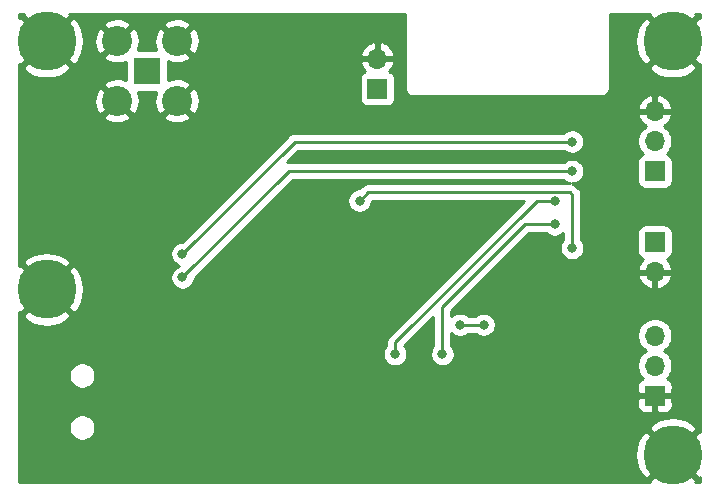
<source format=gbr>
%TF.GenerationSoftware,KiCad,Pcbnew,5.1.10-88a1d61d58~88~ubuntu20.04.1*%
%TF.CreationDate,2021-08-10T15:11:50-03:00*%
%TF.ProjectId,lora_end_device,6c6f7261-5f65-46e6-945f-646576696365,rev?*%
%TF.SameCoordinates,Original*%
%TF.FileFunction,Copper,L2,Bot*%
%TF.FilePolarity,Positive*%
%FSLAX46Y46*%
G04 Gerber Fmt 4.6, Leading zero omitted, Abs format (unit mm)*
G04 Created by KiCad (PCBNEW 5.1.10-88a1d61d58~88~ubuntu20.04.1) date 2021-08-10 15:11:50*
%MOMM*%
%LPD*%
G01*
G04 APERTURE LIST*
%TA.AperFunction,ComponentPad*%
%ADD10C,5.000000*%
%TD*%
%TA.AperFunction,ComponentPad*%
%ADD11O,1.700000X1.700000*%
%TD*%
%TA.AperFunction,ComponentPad*%
%ADD12R,1.700000X1.700000*%
%TD*%
%TA.AperFunction,ComponentPad*%
%ADD13R,2.250000X2.250000*%
%TD*%
%TA.AperFunction,ComponentPad*%
%ADD14C,2.550000*%
%TD*%
%TA.AperFunction,ViaPad*%
%ADD15C,0.800000*%
%TD*%
%TA.AperFunction,Conductor*%
%ADD16C,0.250000*%
%TD*%
%TA.AperFunction,Conductor*%
%ADD17C,0.254000*%
%TD*%
%TA.AperFunction,Conductor*%
%ADD18C,0.100000*%
%TD*%
G04 APERTURE END LIST*
D10*
%TO.P,H4,1*%
%TO.N,GND*%
X114000000Y-96000000D03*
%TD*%
%TO.P,H3,1*%
%TO.N,GND*%
X114000000Y-61000000D03*
%TD*%
%TO.P,H2,1*%
%TO.N,GND*%
X61000000Y-61000000D03*
%TD*%
%TO.P,H1,1*%
%TO.N,GND*%
X61000000Y-82000000D03*
%TD*%
D11*
%TO.P,J7,3*%
%TO.N,+3V3*%
X112500000Y-85920000D03*
%TO.P,J7,2*%
%TO.N,Net-(J7-Pad2)*%
X112500000Y-88460000D03*
D12*
%TO.P,J7,1*%
%TO.N,GND*%
X112500000Y-91000000D03*
%TD*%
D13*
%TO.P,J3,1*%
%TO.N,Net-(J2-Pad2)*%
X69500000Y-63500000D03*
D14*
%TO.P,J3,2*%
%TO.N,GND*%
X72040000Y-66040000D03*
%TO.P,J3,3*%
X66960000Y-66040000D03*
%TO.P,J3,4*%
X66960000Y-60960000D03*
%TO.P,J3,5*%
X72040000Y-60960000D03*
%TD*%
D12*
%TO.P,J4,1*%
%TO.N,Net-(J4-Pad1)*%
X112500000Y-72000000D03*
D11*
%TO.P,J4,2*%
%TO.N,Net-(J4-Pad2)*%
X112500000Y-69460000D03*
%TO.P,J4,3*%
%TO.N,GND*%
X112500000Y-66920000D03*
%TD*%
%TO.P,J5,2*%
%TO.N,GND*%
X89000000Y-62460000D03*
D12*
%TO.P,J5,1*%
%TO.N,Net-(J5-Pad1)*%
X89000000Y-65000000D03*
%TD*%
%TO.P,J6,1*%
%TO.N,Net-(J6-Pad1)*%
X112500000Y-78000000D03*
D11*
%TO.P,J6,2*%
%TO.N,GND*%
X112500000Y-80540000D03*
%TD*%
D15*
%TO.N,+3V3*%
X98000000Y-85000000D03*
X96000000Y-85000000D03*
%TO.N,Net-(J6-Pad1)*%
X104000000Y-74500000D03*
X90500000Y-87500000D03*
%TO.N,Net-(R3-Pad1)*%
X105500000Y-78500000D03*
X87500000Y-74500000D03*
%TO.N,Net-(R4-Pad1)*%
X104000000Y-76500000D03*
X94500000Y-87500000D03*
%TO.N,Net-(U4-Pad14)*%
X105500000Y-69500000D03*
X72500000Y-79000000D03*
%TO.N,Net-(U4-Pad15)*%
X105500000Y-72000000D03*
X72500000Y-81000000D03*
%TD*%
D16*
%TO.N,+3V3*%
X98000000Y-85000000D02*
X96000000Y-85000000D01*
%TO.N,Net-(J6-Pad1)*%
X102500000Y-74500000D02*
X90500000Y-86500000D01*
X102500000Y-74500000D02*
X104000000Y-74500000D01*
X90500000Y-86500000D02*
X90500000Y-87500000D01*
%TO.N,Net-(R3-Pad1)*%
X105500000Y-78500000D02*
X105500000Y-74000000D01*
X105274999Y-73774999D02*
X88225001Y-73774999D01*
X105500000Y-74000000D02*
X105274999Y-73774999D01*
X88225001Y-73774999D02*
X87500000Y-74500000D01*
%TO.N,Net-(R4-Pad1)*%
X101500000Y-76500000D02*
X94500000Y-83500000D01*
X94500000Y-83500000D02*
X94500000Y-86500000D01*
X101500000Y-76500000D02*
X104000000Y-76500000D01*
X94500000Y-86500000D02*
X94500000Y-87500000D01*
%TO.N,Net-(U4-Pad14)*%
X105500000Y-69500000D02*
X82000000Y-69500000D01*
X82000000Y-69500000D02*
X72500000Y-79000000D01*
%TO.N,Net-(U4-Pad15)*%
X105500000Y-72000000D02*
X81500000Y-72000000D01*
X81500000Y-72000000D02*
X72500000Y-81000000D01*
%TD*%
D17*
%TO.N,GND*%
X58976457Y-58796852D02*
X61000000Y-60820395D01*
X63023543Y-58796852D01*
X62933119Y-58660000D01*
X91340000Y-58660000D01*
X91340001Y-64967571D01*
X91336807Y-65000000D01*
X91349550Y-65129383D01*
X91387290Y-65253793D01*
X91448575Y-65368450D01*
X91531052Y-65468948D01*
X91631550Y-65551425D01*
X91746207Y-65612710D01*
X91870617Y-65650450D01*
X91967581Y-65660000D01*
X92000000Y-65663193D01*
X92032419Y-65660000D01*
X107967581Y-65660000D01*
X108000000Y-65663193D01*
X108032419Y-65660000D01*
X108129383Y-65650450D01*
X108253793Y-65612710D01*
X108368450Y-65551425D01*
X108468948Y-65468948D01*
X108551425Y-65368450D01*
X108612710Y-65253793D01*
X108650450Y-65129383D01*
X108663193Y-65000000D01*
X108660000Y-64967581D01*
X108660000Y-63203148D01*
X111976457Y-63203148D01*
X112252627Y-63621118D01*
X112797557Y-63911649D01*
X113388696Y-64090287D01*
X114003328Y-64150168D01*
X114617831Y-64088990D01*
X115208592Y-63909103D01*
X115747373Y-63621118D01*
X116023543Y-63203148D01*
X114000000Y-61179605D01*
X111976457Y-63203148D01*
X108660000Y-63203148D01*
X108660000Y-61003328D01*
X110849832Y-61003328D01*
X110911010Y-61617831D01*
X111090897Y-62208592D01*
X111378882Y-62747373D01*
X111796852Y-63023543D01*
X113820395Y-61000000D01*
X111796852Y-58976457D01*
X111378882Y-59252627D01*
X111088351Y-59797557D01*
X110909713Y-60388696D01*
X110849832Y-61003328D01*
X108660000Y-61003328D01*
X108660000Y-58660000D01*
X112066881Y-58660000D01*
X111976457Y-58796852D01*
X114000000Y-60820395D01*
X116023543Y-58796852D01*
X115933119Y-58660000D01*
X116340000Y-58660000D01*
X116340000Y-59066881D01*
X116203148Y-58976457D01*
X114179605Y-61000000D01*
X116203148Y-63023543D01*
X116340000Y-62933119D01*
X116340001Y-94066881D01*
X116203148Y-93976457D01*
X114179605Y-96000000D01*
X116203148Y-98023543D01*
X116340001Y-97933119D01*
X116340001Y-98340000D01*
X115933119Y-98340000D01*
X116023543Y-98203148D01*
X114000000Y-96179605D01*
X111976457Y-98203148D01*
X112066881Y-98340000D01*
X58660000Y-98340000D01*
X58660000Y-96003328D01*
X110849832Y-96003328D01*
X110911010Y-96617831D01*
X111090897Y-97208592D01*
X111378882Y-97747373D01*
X111796852Y-98023543D01*
X113820395Y-96000000D01*
X111796852Y-93976457D01*
X111378882Y-94252627D01*
X111088351Y-94797557D01*
X110909713Y-95388696D01*
X110849832Y-96003328D01*
X58660000Y-96003328D01*
X58660000Y-93588212D01*
X62865000Y-93588212D01*
X62865000Y-93811788D01*
X62908617Y-94031067D01*
X62994176Y-94237624D01*
X63118388Y-94423520D01*
X63276480Y-94581612D01*
X63462376Y-94705824D01*
X63668933Y-94791383D01*
X63888212Y-94835000D01*
X64111788Y-94835000D01*
X64331067Y-94791383D01*
X64537624Y-94705824D01*
X64723520Y-94581612D01*
X64881612Y-94423520D01*
X65005824Y-94237624D01*
X65091383Y-94031067D01*
X65135000Y-93811788D01*
X65135000Y-93796852D01*
X111976457Y-93796852D01*
X114000000Y-95820395D01*
X116023543Y-93796852D01*
X115747373Y-93378882D01*
X115202443Y-93088351D01*
X114611304Y-92909713D01*
X113996672Y-92849832D01*
X113382169Y-92911010D01*
X112791408Y-93090897D01*
X112252627Y-93378882D01*
X111976457Y-93796852D01*
X65135000Y-93796852D01*
X65135000Y-93588212D01*
X65091383Y-93368933D01*
X65005824Y-93162376D01*
X64881612Y-92976480D01*
X64723520Y-92818388D01*
X64537624Y-92694176D01*
X64331067Y-92608617D01*
X64111788Y-92565000D01*
X63888212Y-92565000D01*
X63668933Y-92608617D01*
X63462376Y-92694176D01*
X63276480Y-92818388D01*
X63118388Y-92976480D01*
X62994176Y-93162376D01*
X62908617Y-93368933D01*
X62865000Y-93588212D01*
X58660000Y-93588212D01*
X58660000Y-91850000D01*
X111011928Y-91850000D01*
X111024188Y-91974482D01*
X111060498Y-92094180D01*
X111119463Y-92204494D01*
X111198815Y-92301185D01*
X111295506Y-92380537D01*
X111405820Y-92439502D01*
X111525518Y-92475812D01*
X111650000Y-92488072D01*
X112214250Y-92485000D01*
X112373000Y-92326250D01*
X112373000Y-91127000D01*
X112627000Y-91127000D01*
X112627000Y-92326250D01*
X112785750Y-92485000D01*
X113350000Y-92488072D01*
X113474482Y-92475812D01*
X113594180Y-92439502D01*
X113704494Y-92380537D01*
X113801185Y-92301185D01*
X113880537Y-92204494D01*
X113939502Y-92094180D01*
X113975812Y-91974482D01*
X113988072Y-91850000D01*
X113985000Y-91285750D01*
X113826250Y-91127000D01*
X112627000Y-91127000D01*
X112373000Y-91127000D01*
X111173750Y-91127000D01*
X111015000Y-91285750D01*
X111011928Y-91850000D01*
X58660000Y-91850000D01*
X58660000Y-89188212D01*
X62865000Y-89188212D01*
X62865000Y-89411788D01*
X62908617Y-89631067D01*
X62994176Y-89837624D01*
X63118388Y-90023520D01*
X63276480Y-90181612D01*
X63462376Y-90305824D01*
X63668933Y-90391383D01*
X63888212Y-90435000D01*
X64111788Y-90435000D01*
X64331067Y-90391383D01*
X64537624Y-90305824D01*
X64723520Y-90181612D01*
X64755132Y-90150000D01*
X111011928Y-90150000D01*
X111015000Y-90714250D01*
X111173750Y-90873000D01*
X112373000Y-90873000D01*
X112373000Y-90853000D01*
X112627000Y-90853000D01*
X112627000Y-90873000D01*
X113826250Y-90873000D01*
X113985000Y-90714250D01*
X113988072Y-90150000D01*
X113975812Y-90025518D01*
X113939502Y-89905820D01*
X113880537Y-89795506D01*
X113801185Y-89698815D01*
X113704494Y-89619463D01*
X113594180Y-89560498D01*
X113521620Y-89538487D01*
X113653475Y-89406632D01*
X113815990Y-89163411D01*
X113927932Y-88893158D01*
X113985000Y-88606260D01*
X113985000Y-88313740D01*
X113927932Y-88026842D01*
X113815990Y-87756589D01*
X113653475Y-87513368D01*
X113446632Y-87306525D01*
X113272240Y-87190000D01*
X113446632Y-87073475D01*
X113653475Y-86866632D01*
X113815990Y-86623411D01*
X113927932Y-86353158D01*
X113985000Y-86066260D01*
X113985000Y-85773740D01*
X113927932Y-85486842D01*
X113815990Y-85216589D01*
X113653475Y-84973368D01*
X113446632Y-84766525D01*
X113203411Y-84604010D01*
X112933158Y-84492068D01*
X112646260Y-84435000D01*
X112353740Y-84435000D01*
X112066842Y-84492068D01*
X111796589Y-84604010D01*
X111553368Y-84766525D01*
X111346525Y-84973368D01*
X111184010Y-85216589D01*
X111072068Y-85486842D01*
X111015000Y-85773740D01*
X111015000Y-86066260D01*
X111072068Y-86353158D01*
X111184010Y-86623411D01*
X111346525Y-86866632D01*
X111553368Y-87073475D01*
X111727760Y-87190000D01*
X111553368Y-87306525D01*
X111346525Y-87513368D01*
X111184010Y-87756589D01*
X111072068Y-88026842D01*
X111015000Y-88313740D01*
X111015000Y-88606260D01*
X111072068Y-88893158D01*
X111184010Y-89163411D01*
X111346525Y-89406632D01*
X111478380Y-89538487D01*
X111405820Y-89560498D01*
X111295506Y-89619463D01*
X111198815Y-89698815D01*
X111119463Y-89795506D01*
X111060498Y-89905820D01*
X111024188Y-90025518D01*
X111011928Y-90150000D01*
X64755132Y-90150000D01*
X64881612Y-90023520D01*
X65005824Y-89837624D01*
X65091383Y-89631067D01*
X65135000Y-89411788D01*
X65135000Y-89188212D01*
X65091383Y-88968933D01*
X65005824Y-88762376D01*
X64881612Y-88576480D01*
X64723520Y-88418388D01*
X64537624Y-88294176D01*
X64331067Y-88208617D01*
X64111788Y-88165000D01*
X63888212Y-88165000D01*
X63668933Y-88208617D01*
X63462376Y-88294176D01*
X63276480Y-88418388D01*
X63118388Y-88576480D01*
X62994176Y-88762376D01*
X62908617Y-88968933D01*
X62865000Y-89188212D01*
X58660000Y-89188212D01*
X58660000Y-84203148D01*
X58976457Y-84203148D01*
X59252627Y-84621118D01*
X59797557Y-84911649D01*
X60388696Y-85090287D01*
X61003328Y-85150168D01*
X61617831Y-85088990D01*
X62208592Y-84909103D01*
X62747373Y-84621118D01*
X63023543Y-84203148D01*
X61000000Y-82179605D01*
X58976457Y-84203148D01*
X58660000Y-84203148D01*
X58660000Y-83933119D01*
X58796852Y-84023543D01*
X60820395Y-82000000D01*
X61179605Y-82000000D01*
X63203148Y-84023543D01*
X63621118Y-83747373D01*
X63911649Y-83202443D01*
X64090287Y-82611304D01*
X64150168Y-81996672D01*
X64088990Y-81382169D01*
X63909103Y-80791408D01*
X63621118Y-80252627D01*
X63203148Y-79976457D01*
X61179605Y-82000000D01*
X60820395Y-82000000D01*
X58796852Y-79976457D01*
X58660000Y-80066881D01*
X58660000Y-79796852D01*
X58976457Y-79796852D01*
X61000000Y-81820395D01*
X63023543Y-79796852D01*
X62747373Y-79378882D01*
X62202443Y-79088351D01*
X61611304Y-78909713D01*
X61491706Y-78898061D01*
X71465000Y-78898061D01*
X71465000Y-79101939D01*
X71504774Y-79301898D01*
X71582795Y-79490256D01*
X71696063Y-79659774D01*
X71840226Y-79803937D01*
X72009744Y-79917205D01*
X72198102Y-79995226D01*
X72222103Y-80000000D01*
X72198102Y-80004774D01*
X72009744Y-80082795D01*
X71840226Y-80196063D01*
X71696063Y-80340226D01*
X71582795Y-80509744D01*
X71504774Y-80698102D01*
X71465000Y-80898061D01*
X71465000Y-81101939D01*
X71504774Y-81301898D01*
X71582795Y-81490256D01*
X71696063Y-81659774D01*
X71840226Y-81803937D01*
X72009744Y-81917205D01*
X72198102Y-81995226D01*
X72398061Y-82035000D01*
X72601939Y-82035000D01*
X72801898Y-81995226D01*
X72990256Y-81917205D01*
X73159774Y-81803937D01*
X73303937Y-81659774D01*
X73417205Y-81490256D01*
X73495226Y-81301898D01*
X73535000Y-81101939D01*
X73535000Y-81039801D01*
X81814802Y-72760000D01*
X104796289Y-72760000D01*
X104840226Y-72803937D01*
X105009744Y-72917205D01*
X105198102Y-72995226D01*
X105282979Y-73012109D01*
X105274999Y-73011323D01*
X105237677Y-73014999D01*
X88262323Y-73014999D01*
X88225000Y-73011323D01*
X88187677Y-73014999D01*
X88187668Y-73014999D01*
X88076015Y-73025996D01*
X87932754Y-73069453D01*
X87800725Y-73140025D01*
X87685000Y-73234998D01*
X87661202Y-73263997D01*
X87460198Y-73465000D01*
X87398061Y-73465000D01*
X87198102Y-73504774D01*
X87009744Y-73582795D01*
X86840226Y-73696063D01*
X86696063Y-73840226D01*
X86582795Y-74009744D01*
X86504774Y-74198102D01*
X86465000Y-74398061D01*
X86465000Y-74601939D01*
X86504774Y-74801898D01*
X86582795Y-74990256D01*
X86696063Y-75159774D01*
X86840226Y-75303937D01*
X87009744Y-75417205D01*
X87198102Y-75495226D01*
X87398061Y-75535000D01*
X87601939Y-75535000D01*
X87801898Y-75495226D01*
X87990256Y-75417205D01*
X88159774Y-75303937D01*
X88303937Y-75159774D01*
X88417205Y-74990256D01*
X88495226Y-74801898D01*
X88535000Y-74601939D01*
X88535000Y-74539802D01*
X88539803Y-74534999D01*
X101390199Y-74534999D01*
X89989003Y-85936196D01*
X89959999Y-85959999D01*
X89904871Y-86027174D01*
X89865026Y-86075724D01*
X89794455Y-86207753D01*
X89794454Y-86207754D01*
X89750997Y-86351015D01*
X89740000Y-86462668D01*
X89740000Y-86462678D01*
X89736324Y-86500000D01*
X89740000Y-86537323D01*
X89740000Y-86796289D01*
X89696063Y-86840226D01*
X89582795Y-87009744D01*
X89504774Y-87198102D01*
X89465000Y-87398061D01*
X89465000Y-87601939D01*
X89504774Y-87801898D01*
X89582795Y-87990256D01*
X89696063Y-88159774D01*
X89840226Y-88303937D01*
X90009744Y-88417205D01*
X90198102Y-88495226D01*
X90398061Y-88535000D01*
X90601939Y-88535000D01*
X90801898Y-88495226D01*
X90990256Y-88417205D01*
X91159774Y-88303937D01*
X91303937Y-88159774D01*
X91417205Y-87990256D01*
X91495226Y-87801898D01*
X91535000Y-87601939D01*
X91535000Y-87398061D01*
X91495226Y-87198102D01*
X91417205Y-87009744D01*
X91303937Y-86840226D01*
X91269256Y-86805545D01*
X93740000Y-84334801D01*
X93740001Y-86462658D01*
X93740000Y-86462668D01*
X93740000Y-86796289D01*
X93696063Y-86840226D01*
X93582795Y-87009744D01*
X93504774Y-87198102D01*
X93465000Y-87398061D01*
X93465000Y-87601939D01*
X93504774Y-87801898D01*
X93582795Y-87990256D01*
X93696063Y-88159774D01*
X93840226Y-88303937D01*
X94009744Y-88417205D01*
X94198102Y-88495226D01*
X94398061Y-88535000D01*
X94601939Y-88535000D01*
X94801898Y-88495226D01*
X94990256Y-88417205D01*
X95159774Y-88303937D01*
X95303937Y-88159774D01*
X95417205Y-87990256D01*
X95495226Y-87801898D01*
X95535000Y-87601939D01*
X95535000Y-87398061D01*
X95495226Y-87198102D01*
X95417205Y-87009744D01*
X95303937Y-86840226D01*
X95260000Y-86796289D01*
X95260000Y-85723711D01*
X95340226Y-85803937D01*
X95509744Y-85917205D01*
X95698102Y-85995226D01*
X95898061Y-86035000D01*
X96101939Y-86035000D01*
X96301898Y-85995226D01*
X96490256Y-85917205D01*
X96659774Y-85803937D01*
X96703711Y-85760000D01*
X97296289Y-85760000D01*
X97340226Y-85803937D01*
X97509744Y-85917205D01*
X97698102Y-85995226D01*
X97898061Y-86035000D01*
X98101939Y-86035000D01*
X98301898Y-85995226D01*
X98490256Y-85917205D01*
X98659774Y-85803937D01*
X98803937Y-85659774D01*
X98917205Y-85490256D01*
X98995226Y-85301898D01*
X99035000Y-85101939D01*
X99035000Y-84898061D01*
X98995226Y-84698102D01*
X98917205Y-84509744D01*
X98803937Y-84340226D01*
X98659774Y-84196063D01*
X98490256Y-84082795D01*
X98301898Y-84004774D01*
X98101939Y-83965000D01*
X97898061Y-83965000D01*
X97698102Y-84004774D01*
X97509744Y-84082795D01*
X97340226Y-84196063D01*
X97296289Y-84240000D01*
X96703711Y-84240000D01*
X96659774Y-84196063D01*
X96490256Y-84082795D01*
X96301898Y-84004774D01*
X96101939Y-83965000D01*
X95898061Y-83965000D01*
X95698102Y-84004774D01*
X95509744Y-84082795D01*
X95340226Y-84196063D01*
X95260000Y-84276289D01*
X95260000Y-83814801D01*
X98177911Y-80896890D01*
X111058524Y-80896890D01*
X111103175Y-81044099D01*
X111228359Y-81306920D01*
X111402412Y-81540269D01*
X111618645Y-81735178D01*
X111868748Y-81884157D01*
X112143109Y-81981481D01*
X112373000Y-81860814D01*
X112373000Y-80667000D01*
X112627000Y-80667000D01*
X112627000Y-81860814D01*
X112856891Y-81981481D01*
X113131252Y-81884157D01*
X113381355Y-81735178D01*
X113597588Y-81540269D01*
X113771641Y-81306920D01*
X113896825Y-81044099D01*
X113941476Y-80896890D01*
X113820155Y-80667000D01*
X112627000Y-80667000D01*
X112373000Y-80667000D01*
X111179845Y-80667000D01*
X111058524Y-80896890D01*
X98177911Y-80896890D01*
X101814802Y-77260000D01*
X103296289Y-77260000D01*
X103340226Y-77303937D01*
X103509744Y-77417205D01*
X103698102Y-77495226D01*
X103898061Y-77535000D01*
X104101939Y-77535000D01*
X104301898Y-77495226D01*
X104490256Y-77417205D01*
X104659774Y-77303937D01*
X104740000Y-77223711D01*
X104740000Y-77796289D01*
X104696063Y-77840226D01*
X104582795Y-78009744D01*
X104504774Y-78198102D01*
X104465000Y-78398061D01*
X104465000Y-78601939D01*
X104504774Y-78801898D01*
X104582795Y-78990256D01*
X104696063Y-79159774D01*
X104840226Y-79303937D01*
X105009744Y-79417205D01*
X105198102Y-79495226D01*
X105398061Y-79535000D01*
X105601939Y-79535000D01*
X105801898Y-79495226D01*
X105990256Y-79417205D01*
X106159774Y-79303937D01*
X106303937Y-79159774D01*
X106417205Y-78990256D01*
X106495226Y-78801898D01*
X106535000Y-78601939D01*
X106535000Y-78398061D01*
X106495226Y-78198102D01*
X106417205Y-78009744D01*
X106303937Y-77840226D01*
X106260000Y-77796289D01*
X106260000Y-77150000D01*
X111011928Y-77150000D01*
X111011928Y-78850000D01*
X111024188Y-78974482D01*
X111060498Y-79094180D01*
X111119463Y-79204494D01*
X111198815Y-79301185D01*
X111295506Y-79380537D01*
X111405820Y-79439502D01*
X111486466Y-79463966D01*
X111402412Y-79539731D01*
X111228359Y-79773080D01*
X111103175Y-80035901D01*
X111058524Y-80183110D01*
X111179845Y-80413000D01*
X112373000Y-80413000D01*
X112373000Y-80393000D01*
X112627000Y-80393000D01*
X112627000Y-80413000D01*
X113820155Y-80413000D01*
X113941476Y-80183110D01*
X113896825Y-80035901D01*
X113771641Y-79773080D01*
X113597588Y-79539731D01*
X113513534Y-79463966D01*
X113594180Y-79439502D01*
X113704494Y-79380537D01*
X113801185Y-79301185D01*
X113880537Y-79204494D01*
X113939502Y-79094180D01*
X113975812Y-78974482D01*
X113988072Y-78850000D01*
X113988072Y-77150000D01*
X113975812Y-77025518D01*
X113939502Y-76905820D01*
X113880537Y-76795506D01*
X113801185Y-76698815D01*
X113704494Y-76619463D01*
X113594180Y-76560498D01*
X113474482Y-76524188D01*
X113350000Y-76511928D01*
X111650000Y-76511928D01*
X111525518Y-76524188D01*
X111405820Y-76560498D01*
X111295506Y-76619463D01*
X111198815Y-76698815D01*
X111119463Y-76795506D01*
X111060498Y-76905820D01*
X111024188Y-77025518D01*
X111011928Y-77150000D01*
X106260000Y-77150000D01*
X106260000Y-74037322D01*
X106263676Y-73999999D01*
X106260000Y-73962676D01*
X106260000Y-73962667D01*
X106249003Y-73851014D01*
X106205546Y-73707753D01*
X106134974Y-73575724D01*
X106040001Y-73459999D01*
X106011002Y-73436200D01*
X105838802Y-73264001D01*
X105815000Y-73234998D01*
X105699275Y-73140025D01*
X105567246Y-73069453D01*
X105453668Y-73035000D01*
X105601939Y-73035000D01*
X105801898Y-72995226D01*
X105990256Y-72917205D01*
X106159774Y-72803937D01*
X106303937Y-72659774D01*
X106417205Y-72490256D01*
X106495226Y-72301898D01*
X106535000Y-72101939D01*
X106535000Y-71898061D01*
X106495226Y-71698102D01*
X106417205Y-71509744D01*
X106303937Y-71340226D01*
X106159774Y-71196063D01*
X106090836Y-71150000D01*
X111011928Y-71150000D01*
X111011928Y-72850000D01*
X111024188Y-72974482D01*
X111060498Y-73094180D01*
X111119463Y-73204494D01*
X111198815Y-73301185D01*
X111295506Y-73380537D01*
X111405820Y-73439502D01*
X111525518Y-73475812D01*
X111650000Y-73488072D01*
X113350000Y-73488072D01*
X113474482Y-73475812D01*
X113594180Y-73439502D01*
X113704494Y-73380537D01*
X113801185Y-73301185D01*
X113880537Y-73204494D01*
X113939502Y-73094180D01*
X113975812Y-72974482D01*
X113988072Y-72850000D01*
X113988072Y-71150000D01*
X113975812Y-71025518D01*
X113939502Y-70905820D01*
X113880537Y-70795506D01*
X113801185Y-70698815D01*
X113704494Y-70619463D01*
X113594180Y-70560498D01*
X113521620Y-70538487D01*
X113653475Y-70406632D01*
X113815990Y-70163411D01*
X113927932Y-69893158D01*
X113985000Y-69606260D01*
X113985000Y-69313740D01*
X113927932Y-69026842D01*
X113815990Y-68756589D01*
X113653475Y-68513368D01*
X113446632Y-68306525D01*
X113264466Y-68184805D01*
X113381355Y-68115178D01*
X113597588Y-67920269D01*
X113771641Y-67686920D01*
X113896825Y-67424099D01*
X113941476Y-67276890D01*
X113820155Y-67047000D01*
X112627000Y-67047000D01*
X112627000Y-67067000D01*
X112373000Y-67067000D01*
X112373000Y-67047000D01*
X111179845Y-67047000D01*
X111058524Y-67276890D01*
X111103175Y-67424099D01*
X111228359Y-67686920D01*
X111402412Y-67920269D01*
X111618645Y-68115178D01*
X111735534Y-68184805D01*
X111553368Y-68306525D01*
X111346525Y-68513368D01*
X111184010Y-68756589D01*
X111072068Y-69026842D01*
X111015000Y-69313740D01*
X111015000Y-69606260D01*
X111072068Y-69893158D01*
X111184010Y-70163411D01*
X111346525Y-70406632D01*
X111478380Y-70538487D01*
X111405820Y-70560498D01*
X111295506Y-70619463D01*
X111198815Y-70698815D01*
X111119463Y-70795506D01*
X111060498Y-70905820D01*
X111024188Y-71025518D01*
X111011928Y-71150000D01*
X106090836Y-71150000D01*
X105990256Y-71082795D01*
X105801898Y-71004774D01*
X105601939Y-70965000D01*
X105398061Y-70965000D01*
X105198102Y-71004774D01*
X105009744Y-71082795D01*
X104840226Y-71196063D01*
X104796289Y-71240000D01*
X81537322Y-71240000D01*
X81499999Y-71236324D01*
X81462676Y-71240000D01*
X81462667Y-71240000D01*
X81351014Y-71250997D01*
X81311957Y-71262844D01*
X82314802Y-70260000D01*
X104796289Y-70260000D01*
X104840226Y-70303937D01*
X105009744Y-70417205D01*
X105198102Y-70495226D01*
X105398061Y-70535000D01*
X105601939Y-70535000D01*
X105801898Y-70495226D01*
X105990256Y-70417205D01*
X106159774Y-70303937D01*
X106303937Y-70159774D01*
X106417205Y-69990256D01*
X106495226Y-69801898D01*
X106535000Y-69601939D01*
X106535000Y-69398061D01*
X106495226Y-69198102D01*
X106417205Y-69009744D01*
X106303937Y-68840226D01*
X106159774Y-68696063D01*
X105990256Y-68582795D01*
X105801898Y-68504774D01*
X105601939Y-68465000D01*
X105398061Y-68465000D01*
X105198102Y-68504774D01*
X105009744Y-68582795D01*
X104840226Y-68696063D01*
X104796289Y-68740000D01*
X82037323Y-68740000D01*
X82000000Y-68736324D01*
X81962677Y-68740000D01*
X81962667Y-68740000D01*
X81851014Y-68750997D01*
X81707753Y-68794454D01*
X81575724Y-68865026D01*
X81459999Y-68959999D01*
X81436201Y-68988997D01*
X72460199Y-77965000D01*
X72398061Y-77965000D01*
X72198102Y-78004774D01*
X72009744Y-78082795D01*
X71840226Y-78196063D01*
X71696063Y-78340226D01*
X71582795Y-78509744D01*
X71504774Y-78698102D01*
X71465000Y-78898061D01*
X61491706Y-78898061D01*
X60996672Y-78849832D01*
X60382169Y-78911010D01*
X59791408Y-79090897D01*
X59252627Y-79378882D01*
X58976457Y-79796852D01*
X58660000Y-79796852D01*
X58660000Y-67371415D01*
X65808190Y-67371415D01*
X65937116Y-67663945D01*
X66273586Y-67832296D01*
X66636435Y-67931771D01*
X67011718Y-67958545D01*
X67385015Y-67911591D01*
X67741978Y-67792713D01*
X67982884Y-67663945D01*
X68111810Y-67371415D01*
X70888190Y-67371415D01*
X71017116Y-67663945D01*
X71353586Y-67832296D01*
X71716435Y-67931771D01*
X72091718Y-67958545D01*
X72465015Y-67911591D01*
X72821978Y-67792713D01*
X73062884Y-67663945D01*
X73191810Y-67371415D01*
X72040000Y-66219605D01*
X70888190Y-67371415D01*
X68111810Y-67371415D01*
X66960000Y-66219605D01*
X65808190Y-67371415D01*
X58660000Y-67371415D01*
X58660000Y-66091718D01*
X65041455Y-66091718D01*
X65088409Y-66465015D01*
X65207287Y-66821978D01*
X65336055Y-67062884D01*
X65628585Y-67191810D01*
X66780395Y-66040000D01*
X65628585Y-64888190D01*
X65336055Y-65017116D01*
X65167704Y-65353586D01*
X65068229Y-65716435D01*
X65041455Y-66091718D01*
X58660000Y-66091718D01*
X58660000Y-63203148D01*
X58976457Y-63203148D01*
X59252627Y-63621118D01*
X59797557Y-63911649D01*
X60388696Y-64090287D01*
X61003328Y-64150168D01*
X61617831Y-64088990D01*
X62208592Y-63909103D01*
X62747373Y-63621118D01*
X63023543Y-63203148D01*
X61000000Y-61179605D01*
X58976457Y-63203148D01*
X58660000Y-63203148D01*
X58660000Y-62933119D01*
X58796852Y-63023543D01*
X60820395Y-61000000D01*
X61179605Y-61000000D01*
X63203148Y-63023543D01*
X63621118Y-62747373D01*
X63864213Y-62291415D01*
X65808190Y-62291415D01*
X65937116Y-62583945D01*
X66273586Y-62752296D01*
X66636435Y-62851771D01*
X67011718Y-62878545D01*
X67385015Y-62831591D01*
X67736928Y-62714395D01*
X67736928Y-64292992D01*
X67646414Y-64247704D01*
X67283565Y-64148229D01*
X66908282Y-64121455D01*
X66534985Y-64168409D01*
X66178022Y-64287287D01*
X65937116Y-64416055D01*
X65808190Y-64708585D01*
X66960000Y-65860395D01*
X66974143Y-65846253D01*
X67153748Y-66025858D01*
X67139605Y-66040000D01*
X68291415Y-67191810D01*
X68583945Y-67062884D01*
X68752296Y-66726414D01*
X68851771Y-66363565D01*
X68878545Y-65988282D01*
X68831591Y-65614985D01*
X68714395Y-65263072D01*
X70292992Y-65263072D01*
X70247704Y-65353586D01*
X70148229Y-65716435D01*
X70121455Y-66091718D01*
X70168409Y-66465015D01*
X70287287Y-66821978D01*
X70416055Y-67062884D01*
X70708585Y-67191810D01*
X71860395Y-66040000D01*
X72219605Y-66040000D01*
X73371415Y-67191810D01*
X73663945Y-67062884D01*
X73832296Y-66726414D01*
X73877065Y-66563110D01*
X111058524Y-66563110D01*
X111179845Y-66793000D01*
X112373000Y-66793000D01*
X112373000Y-65599186D01*
X112627000Y-65599186D01*
X112627000Y-66793000D01*
X113820155Y-66793000D01*
X113941476Y-66563110D01*
X113896825Y-66415901D01*
X113771641Y-66153080D01*
X113597588Y-65919731D01*
X113381355Y-65724822D01*
X113131252Y-65575843D01*
X112856891Y-65478519D01*
X112627000Y-65599186D01*
X112373000Y-65599186D01*
X112143109Y-65478519D01*
X111868748Y-65575843D01*
X111618645Y-65724822D01*
X111402412Y-65919731D01*
X111228359Y-66153080D01*
X111103175Y-66415901D01*
X111058524Y-66563110D01*
X73877065Y-66563110D01*
X73931771Y-66363565D01*
X73958545Y-65988282D01*
X73911591Y-65614985D01*
X73792713Y-65258022D01*
X73663945Y-65017116D01*
X73371415Y-64888190D01*
X72219605Y-66040000D01*
X71860395Y-66040000D01*
X71846253Y-66025858D01*
X72025858Y-65846253D01*
X72040000Y-65860395D01*
X73191810Y-64708585D01*
X73062884Y-64416055D01*
X72726414Y-64247704D01*
X72370025Y-64150000D01*
X87511928Y-64150000D01*
X87511928Y-65850000D01*
X87524188Y-65974482D01*
X87560498Y-66094180D01*
X87619463Y-66204494D01*
X87698815Y-66301185D01*
X87795506Y-66380537D01*
X87905820Y-66439502D01*
X88025518Y-66475812D01*
X88150000Y-66488072D01*
X89850000Y-66488072D01*
X89974482Y-66475812D01*
X90094180Y-66439502D01*
X90204494Y-66380537D01*
X90301185Y-66301185D01*
X90380537Y-66204494D01*
X90439502Y-66094180D01*
X90475812Y-65974482D01*
X90488072Y-65850000D01*
X90488072Y-64150000D01*
X90475812Y-64025518D01*
X90439502Y-63905820D01*
X90380537Y-63795506D01*
X90301185Y-63698815D01*
X90204494Y-63619463D01*
X90094180Y-63560498D01*
X90013534Y-63536034D01*
X90097588Y-63460269D01*
X90271641Y-63226920D01*
X90396825Y-62964099D01*
X90441476Y-62816890D01*
X90320155Y-62587000D01*
X89127000Y-62587000D01*
X89127000Y-62607000D01*
X88873000Y-62607000D01*
X88873000Y-62587000D01*
X87679845Y-62587000D01*
X87558524Y-62816890D01*
X87603175Y-62964099D01*
X87728359Y-63226920D01*
X87902412Y-63460269D01*
X87986466Y-63536034D01*
X87905820Y-63560498D01*
X87795506Y-63619463D01*
X87698815Y-63698815D01*
X87619463Y-63795506D01*
X87560498Y-63905820D01*
X87524188Y-64025518D01*
X87511928Y-64150000D01*
X72370025Y-64150000D01*
X72363565Y-64148229D01*
X71988282Y-64121455D01*
X71614985Y-64168409D01*
X71263072Y-64285605D01*
X71263072Y-62707008D01*
X71353586Y-62752296D01*
X71716435Y-62851771D01*
X72091718Y-62878545D01*
X72465015Y-62831591D01*
X72821978Y-62712713D01*
X73062884Y-62583945D01*
X73191810Y-62291415D01*
X72040000Y-61139605D01*
X72025858Y-61153748D01*
X71846253Y-60974143D01*
X71860395Y-60960000D01*
X72219605Y-60960000D01*
X73371415Y-62111810D01*
X73391155Y-62103110D01*
X87558524Y-62103110D01*
X87679845Y-62333000D01*
X88873000Y-62333000D01*
X88873000Y-61139186D01*
X89127000Y-61139186D01*
X89127000Y-62333000D01*
X90320155Y-62333000D01*
X90441476Y-62103110D01*
X90396825Y-61955901D01*
X90271641Y-61693080D01*
X90097588Y-61459731D01*
X89881355Y-61264822D01*
X89631252Y-61115843D01*
X89356891Y-61018519D01*
X89127000Y-61139186D01*
X88873000Y-61139186D01*
X88643109Y-61018519D01*
X88368748Y-61115843D01*
X88118645Y-61264822D01*
X87902412Y-61459731D01*
X87728359Y-61693080D01*
X87603175Y-61955901D01*
X87558524Y-62103110D01*
X73391155Y-62103110D01*
X73663945Y-61982884D01*
X73832296Y-61646414D01*
X73931771Y-61283565D01*
X73958545Y-60908282D01*
X73911591Y-60534985D01*
X73792713Y-60178022D01*
X73663945Y-59937116D01*
X73371415Y-59808190D01*
X72219605Y-60960000D01*
X71860395Y-60960000D01*
X70708585Y-59808190D01*
X70416055Y-59937116D01*
X70247704Y-60273586D01*
X70148229Y-60636435D01*
X70121455Y-61011718D01*
X70168409Y-61385015D01*
X70285605Y-61736928D01*
X68707008Y-61736928D01*
X68752296Y-61646414D01*
X68851771Y-61283565D01*
X68878545Y-60908282D01*
X68831591Y-60534985D01*
X68712713Y-60178022D01*
X68583945Y-59937116D01*
X68291415Y-59808190D01*
X67139605Y-60960000D01*
X67153748Y-60974143D01*
X66974143Y-61153748D01*
X66960000Y-61139605D01*
X65808190Y-62291415D01*
X63864213Y-62291415D01*
X63911649Y-62202443D01*
X64090287Y-61611304D01*
X64148702Y-61011718D01*
X65041455Y-61011718D01*
X65088409Y-61385015D01*
X65207287Y-61741978D01*
X65336055Y-61982884D01*
X65628585Y-62111810D01*
X66780395Y-60960000D01*
X65628585Y-59808190D01*
X65336055Y-59937116D01*
X65167704Y-60273586D01*
X65068229Y-60636435D01*
X65041455Y-61011718D01*
X64148702Y-61011718D01*
X64150168Y-60996672D01*
X64088990Y-60382169D01*
X63909103Y-59791408D01*
X63822073Y-59628585D01*
X65808190Y-59628585D01*
X66960000Y-60780395D01*
X68111810Y-59628585D01*
X70888190Y-59628585D01*
X72040000Y-60780395D01*
X73191810Y-59628585D01*
X73062884Y-59336055D01*
X72726414Y-59167704D01*
X72363565Y-59068229D01*
X71988282Y-59041455D01*
X71614985Y-59088409D01*
X71258022Y-59207287D01*
X71017116Y-59336055D01*
X70888190Y-59628585D01*
X68111810Y-59628585D01*
X67982884Y-59336055D01*
X67646414Y-59167704D01*
X67283565Y-59068229D01*
X66908282Y-59041455D01*
X66534985Y-59088409D01*
X66178022Y-59207287D01*
X65937116Y-59336055D01*
X65808190Y-59628585D01*
X63822073Y-59628585D01*
X63621118Y-59252627D01*
X63203148Y-58976457D01*
X61179605Y-61000000D01*
X60820395Y-61000000D01*
X58796852Y-58976457D01*
X58660000Y-59066881D01*
X58660000Y-58660000D01*
X59066881Y-58660000D01*
X58976457Y-58796852D01*
%TA.AperFunction,Conductor*%
D18*
G36*
X58976457Y-58796852D02*
G01*
X61000000Y-60820395D01*
X63023543Y-58796852D01*
X62933119Y-58660000D01*
X91340000Y-58660000D01*
X91340001Y-64967571D01*
X91336807Y-65000000D01*
X91349550Y-65129383D01*
X91387290Y-65253793D01*
X91448575Y-65368450D01*
X91531052Y-65468948D01*
X91631550Y-65551425D01*
X91746207Y-65612710D01*
X91870617Y-65650450D01*
X91967581Y-65660000D01*
X92000000Y-65663193D01*
X92032419Y-65660000D01*
X107967581Y-65660000D01*
X108000000Y-65663193D01*
X108032419Y-65660000D01*
X108129383Y-65650450D01*
X108253793Y-65612710D01*
X108368450Y-65551425D01*
X108468948Y-65468948D01*
X108551425Y-65368450D01*
X108612710Y-65253793D01*
X108650450Y-65129383D01*
X108663193Y-65000000D01*
X108660000Y-64967581D01*
X108660000Y-63203148D01*
X111976457Y-63203148D01*
X112252627Y-63621118D01*
X112797557Y-63911649D01*
X113388696Y-64090287D01*
X114003328Y-64150168D01*
X114617831Y-64088990D01*
X115208592Y-63909103D01*
X115747373Y-63621118D01*
X116023543Y-63203148D01*
X114000000Y-61179605D01*
X111976457Y-63203148D01*
X108660000Y-63203148D01*
X108660000Y-61003328D01*
X110849832Y-61003328D01*
X110911010Y-61617831D01*
X111090897Y-62208592D01*
X111378882Y-62747373D01*
X111796852Y-63023543D01*
X113820395Y-61000000D01*
X111796852Y-58976457D01*
X111378882Y-59252627D01*
X111088351Y-59797557D01*
X110909713Y-60388696D01*
X110849832Y-61003328D01*
X108660000Y-61003328D01*
X108660000Y-58660000D01*
X112066881Y-58660000D01*
X111976457Y-58796852D01*
X114000000Y-60820395D01*
X116023543Y-58796852D01*
X115933119Y-58660000D01*
X116340000Y-58660000D01*
X116340000Y-59066881D01*
X116203148Y-58976457D01*
X114179605Y-61000000D01*
X116203148Y-63023543D01*
X116340000Y-62933119D01*
X116340001Y-94066881D01*
X116203148Y-93976457D01*
X114179605Y-96000000D01*
X116203148Y-98023543D01*
X116340001Y-97933119D01*
X116340001Y-98340000D01*
X115933119Y-98340000D01*
X116023543Y-98203148D01*
X114000000Y-96179605D01*
X111976457Y-98203148D01*
X112066881Y-98340000D01*
X58660000Y-98340000D01*
X58660000Y-96003328D01*
X110849832Y-96003328D01*
X110911010Y-96617831D01*
X111090897Y-97208592D01*
X111378882Y-97747373D01*
X111796852Y-98023543D01*
X113820395Y-96000000D01*
X111796852Y-93976457D01*
X111378882Y-94252627D01*
X111088351Y-94797557D01*
X110909713Y-95388696D01*
X110849832Y-96003328D01*
X58660000Y-96003328D01*
X58660000Y-93588212D01*
X62865000Y-93588212D01*
X62865000Y-93811788D01*
X62908617Y-94031067D01*
X62994176Y-94237624D01*
X63118388Y-94423520D01*
X63276480Y-94581612D01*
X63462376Y-94705824D01*
X63668933Y-94791383D01*
X63888212Y-94835000D01*
X64111788Y-94835000D01*
X64331067Y-94791383D01*
X64537624Y-94705824D01*
X64723520Y-94581612D01*
X64881612Y-94423520D01*
X65005824Y-94237624D01*
X65091383Y-94031067D01*
X65135000Y-93811788D01*
X65135000Y-93796852D01*
X111976457Y-93796852D01*
X114000000Y-95820395D01*
X116023543Y-93796852D01*
X115747373Y-93378882D01*
X115202443Y-93088351D01*
X114611304Y-92909713D01*
X113996672Y-92849832D01*
X113382169Y-92911010D01*
X112791408Y-93090897D01*
X112252627Y-93378882D01*
X111976457Y-93796852D01*
X65135000Y-93796852D01*
X65135000Y-93588212D01*
X65091383Y-93368933D01*
X65005824Y-93162376D01*
X64881612Y-92976480D01*
X64723520Y-92818388D01*
X64537624Y-92694176D01*
X64331067Y-92608617D01*
X64111788Y-92565000D01*
X63888212Y-92565000D01*
X63668933Y-92608617D01*
X63462376Y-92694176D01*
X63276480Y-92818388D01*
X63118388Y-92976480D01*
X62994176Y-93162376D01*
X62908617Y-93368933D01*
X62865000Y-93588212D01*
X58660000Y-93588212D01*
X58660000Y-91850000D01*
X111011928Y-91850000D01*
X111024188Y-91974482D01*
X111060498Y-92094180D01*
X111119463Y-92204494D01*
X111198815Y-92301185D01*
X111295506Y-92380537D01*
X111405820Y-92439502D01*
X111525518Y-92475812D01*
X111650000Y-92488072D01*
X112214250Y-92485000D01*
X112373000Y-92326250D01*
X112373000Y-91127000D01*
X112627000Y-91127000D01*
X112627000Y-92326250D01*
X112785750Y-92485000D01*
X113350000Y-92488072D01*
X113474482Y-92475812D01*
X113594180Y-92439502D01*
X113704494Y-92380537D01*
X113801185Y-92301185D01*
X113880537Y-92204494D01*
X113939502Y-92094180D01*
X113975812Y-91974482D01*
X113988072Y-91850000D01*
X113985000Y-91285750D01*
X113826250Y-91127000D01*
X112627000Y-91127000D01*
X112373000Y-91127000D01*
X111173750Y-91127000D01*
X111015000Y-91285750D01*
X111011928Y-91850000D01*
X58660000Y-91850000D01*
X58660000Y-89188212D01*
X62865000Y-89188212D01*
X62865000Y-89411788D01*
X62908617Y-89631067D01*
X62994176Y-89837624D01*
X63118388Y-90023520D01*
X63276480Y-90181612D01*
X63462376Y-90305824D01*
X63668933Y-90391383D01*
X63888212Y-90435000D01*
X64111788Y-90435000D01*
X64331067Y-90391383D01*
X64537624Y-90305824D01*
X64723520Y-90181612D01*
X64755132Y-90150000D01*
X111011928Y-90150000D01*
X111015000Y-90714250D01*
X111173750Y-90873000D01*
X112373000Y-90873000D01*
X112373000Y-90853000D01*
X112627000Y-90853000D01*
X112627000Y-90873000D01*
X113826250Y-90873000D01*
X113985000Y-90714250D01*
X113988072Y-90150000D01*
X113975812Y-90025518D01*
X113939502Y-89905820D01*
X113880537Y-89795506D01*
X113801185Y-89698815D01*
X113704494Y-89619463D01*
X113594180Y-89560498D01*
X113521620Y-89538487D01*
X113653475Y-89406632D01*
X113815990Y-89163411D01*
X113927932Y-88893158D01*
X113985000Y-88606260D01*
X113985000Y-88313740D01*
X113927932Y-88026842D01*
X113815990Y-87756589D01*
X113653475Y-87513368D01*
X113446632Y-87306525D01*
X113272240Y-87190000D01*
X113446632Y-87073475D01*
X113653475Y-86866632D01*
X113815990Y-86623411D01*
X113927932Y-86353158D01*
X113985000Y-86066260D01*
X113985000Y-85773740D01*
X113927932Y-85486842D01*
X113815990Y-85216589D01*
X113653475Y-84973368D01*
X113446632Y-84766525D01*
X113203411Y-84604010D01*
X112933158Y-84492068D01*
X112646260Y-84435000D01*
X112353740Y-84435000D01*
X112066842Y-84492068D01*
X111796589Y-84604010D01*
X111553368Y-84766525D01*
X111346525Y-84973368D01*
X111184010Y-85216589D01*
X111072068Y-85486842D01*
X111015000Y-85773740D01*
X111015000Y-86066260D01*
X111072068Y-86353158D01*
X111184010Y-86623411D01*
X111346525Y-86866632D01*
X111553368Y-87073475D01*
X111727760Y-87190000D01*
X111553368Y-87306525D01*
X111346525Y-87513368D01*
X111184010Y-87756589D01*
X111072068Y-88026842D01*
X111015000Y-88313740D01*
X111015000Y-88606260D01*
X111072068Y-88893158D01*
X111184010Y-89163411D01*
X111346525Y-89406632D01*
X111478380Y-89538487D01*
X111405820Y-89560498D01*
X111295506Y-89619463D01*
X111198815Y-89698815D01*
X111119463Y-89795506D01*
X111060498Y-89905820D01*
X111024188Y-90025518D01*
X111011928Y-90150000D01*
X64755132Y-90150000D01*
X64881612Y-90023520D01*
X65005824Y-89837624D01*
X65091383Y-89631067D01*
X65135000Y-89411788D01*
X65135000Y-89188212D01*
X65091383Y-88968933D01*
X65005824Y-88762376D01*
X64881612Y-88576480D01*
X64723520Y-88418388D01*
X64537624Y-88294176D01*
X64331067Y-88208617D01*
X64111788Y-88165000D01*
X63888212Y-88165000D01*
X63668933Y-88208617D01*
X63462376Y-88294176D01*
X63276480Y-88418388D01*
X63118388Y-88576480D01*
X62994176Y-88762376D01*
X62908617Y-88968933D01*
X62865000Y-89188212D01*
X58660000Y-89188212D01*
X58660000Y-84203148D01*
X58976457Y-84203148D01*
X59252627Y-84621118D01*
X59797557Y-84911649D01*
X60388696Y-85090287D01*
X61003328Y-85150168D01*
X61617831Y-85088990D01*
X62208592Y-84909103D01*
X62747373Y-84621118D01*
X63023543Y-84203148D01*
X61000000Y-82179605D01*
X58976457Y-84203148D01*
X58660000Y-84203148D01*
X58660000Y-83933119D01*
X58796852Y-84023543D01*
X60820395Y-82000000D01*
X61179605Y-82000000D01*
X63203148Y-84023543D01*
X63621118Y-83747373D01*
X63911649Y-83202443D01*
X64090287Y-82611304D01*
X64150168Y-81996672D01*
X64088990Y-81382169D01*
X63909103Y-80791408D01*
X63621118Y-80252627D01*
X63203148Y-79976457D01*
X61179605Y-82000000D01*
X60820395Y-82000000D01*
X58796852Y-79976457D01*
X58660000Y-80066881D01*
X58660000Y-79796852D01*
X58976457Y-79796852D01*
X61000000Y-81820395D01*
X63023543Y-79796852D01*
X62747373Y-79378882D01*
X62202443Y-79088351D01*
X61611304Y-78909713D01*
X61491706Y-78898061D01*
X71465000Y-78898061D01*
X71465000Y-79101939D01*
X71504774Y-79301898D01*
X71582795Y-79490256D01*
X71696063Y-79659774D01*
X71840226Y-79803937D01*
X72009744Y-79917205D01*
X72198102Y-79995226D01*
X72222103Y-80000000D01*
X72198102Y-80004774D01*
X72009744Y-80082795D01*
X71840226Y-80196063D01*
X71696063Y-80340226D01*
X71582795Y-80509744D01*
X71504774Y-80698102D01*
X71465000Y-80898061D01*
X71465000Y-81101939D01*
X71504774Y-81301898D01*
X71582795Y-81490256D01*
X71696063Y-81659774D01*
X71840226Y-81803937D01*
X72009744Y-81917205D01*
X72198102Y-81995226D01*
X72398061Y-82035000D01*
X72601939Y-82035000D01*
X72801898Y-81995226D01*
X72990256Y-81917205D01*
X73159774Y-81803937D01*
X73303937Y-81659774D01*
X73417205Y-81490256D01*
X73495226Y-81301898D01*
X73535000Y-81101939D01*
X73535000Y-81039801D01*
X81814802Y-72760000D01*
X104796289Y-72760000D01*
X104840226Y-72803937D01*
X105009744Y-72917205D01*
X105198102Y-72995226D01*
X105282979Y-73012109D01*
X105274999Y-73011323D01*
X105237677Y-73014999D01*
X88262323Y-73014999D01*
X88225000Y-73011323D01*
X88187677Y-73014999D01*
X88187668Y-73014999D01*
X88076015Y-73025996D01*
X87932754Y-73069453D01*
X87800725Y-73140025D01*
X87685000Y-73234998D01*
X87661202Y-73263997D01*
X87460198Y-73465000D01*
X87398061Y-73465000D01*
X87198102Y-73504774D01*
X87009744Y-73582795D01*
X86840226Y-73696063D01*
X86696063Y-73840226D01*
X86582795Y-74009744D01*
X86504774Y-74198102D01*
X86465000Y-74398061D01*
X86465000Y-74601939D01*
X86504774Y-74801898D01*
X86582795Y-74990256D01*
X86696063Y-75159774D01*
X86840226Y-75303937D01*
X87009744Y-75417205D01*
X87198102Y-75495226D01*
X87398061Y-75535000D01*
X87601939Y-75535000D01*
X87801898Y-75495226D01*
X87990256Y-75417205D01*
X88159774Y-75303937D01*
X88303937Y-75159774D01*
X88417205Y-74990256D01*
X88495226Y-74801898D01*
X88535000Y-74601939D01*
X88535000Y-74539802D01*
X88539803Y-74534999D01*
X101390199Y-74534999D01*
X89989003Y-85936196D01*
X89959999Y-85959999D01*
X89904871Y-86027174D01*
X89865026Y-86075724D01*
X89794455Y-86207753D01*
X89794454Y-86207754D01*
X89750997Y-86351015D01*
X89740000Y-86462668D01*
X89740000Y-86462678D01*
X89736324Y-86500000D01*
X89740000Y-86537323D01*
X89740000Y-86796289D01*
X89696063Y-86840226D01*
X89582795Y-87009744D01*
X89504774Y-87198102D01*
X89465000Y-87398061D01*
X89465000Y-87601939D01*
X89504774Y-87801898D01*
X89582795Y-87990256D01*
X89696063Y-88159774D01*
X89840226Y-88303937D01*
X90009744Y-88417205D01*
X90198102Y-88495226D01*
X90398061Y-88535000D01*
X90601939Y-88535000D01*
X90801898Y-88495226D01*
X90990256Y-88417205D01*
X91159774Y-88303937D01*
X91303937Y-88159774D01*
X91417205Y-87990256D01*
X91495226Y-87801898D01*
X91535000Y-87601939D01*
X91535000Y-87398061D01*
X91495226Y-87198102D01*
X91417205Y-87009744D01*
X91303937Y-86840226D01*
X91269256Y-86805545D01*
X93740000Y-84334801D01*
X93740001Y-86462658D01*
X93740000Y-86462668D01*
X93740000Y-86796289D01*
X93696063Y-86840226D01*
X93582795Y-87009744D01*
X93504774Y-87198102D01*
X93465000Y-87398061D01*
X93465000Y-87601939D01*
X93504774Y-87801898D01*
X93582795Y-87990256D01*
X93696063Y-88159774D01*
X93840226Y-88303937D01*
X94009744Y-88417205D01*
X94198102Y-88495226D01*
X94398061Y-88535000D01*
X94601939Y-88535000D01*
X94801898Y-88495226D01*
X94990256Y-88417205D01*
X95159774Y-88303937D01*
X95303937Y-88159774D01*
X95417205Y-87990256D01*
X95495226Y-87801898D01*
X95535000Y-87601939D01*
X95535000Y-87398061D01*
X95495226Y-87198102D01*
X95417205Y-87009744D01*
X95303937Y-86840226D01*
X95260000Y-86796289D01*
X95260000Y-85723711D01*
X95340226Y-85803937D01*
X95509744Y-85917205D01*
X95698102Y-85995226D01*
X95898061Y-86035000D01*
X96101939Y-86035000D01*
X96301898Y-85995226D01*
X96490256Y-85917205D01*
X96659774Y-85803937D01*
X96703711Y-85760000D01*
X97296289Y-85760000D01*
X97340226Y-85803937D01*
X97509744Y-85917205D01*
X97698102Y-85995226D01*
X97898061Y-86035000D01*
X98101939Y-86035000D01*
X98301898Y-85995226D01*
X98490256Y-85917205D01*
X98659774Y-85803937D01*
X98803937Y-85659774D01*
X98917205Y-85490256D01*
X98995226Y-85301898D01*
X99035000Y-85101939D01*
X99035000Y-84898061D01*
X98995226Y-84698102D01*
X98917205Y-84509744D01*
X98803937Y-84340226D01*
X98659774Y-84196063D01*
X98490256Y-84082795D01*
X98301898Y-84004774D01*
X98101939Y-83965000D01*
X97898061Y-83965000D01*
X97698102Y-84004774D01*
X97509744Y-84082795D01*
X97340226Y-84196063D01*
X97296289Y-84240000D01*
X96703711Y-84240000D01*
X96659774Y-84196063D01*
X96490256Y-84082795D01*
X96301898Y-84004774D01*
X96101939Y-83965000D01*
X95898061Y-83965000D01*
X95698102Y-84004774D01*
X95509744Y-84082795D01*
X95340226Y-84196063D01*
X95260000Y-84276289D01*
X95260000Y-83814801D01*
X98177911Y-80896890D01*
X111058524Y-80896890D01*
X111103175Y-81044099D01*
X111228359Y-81306920D01*
X111402412Y-81540269D01*
X111618645Y-81735178D01*
X111868748Y-81884157D01*
X112143109Y-81981481D01*
X112373000Y-81860814D01*
X112373000Y-80667000D01*
X112627000Y-80667000D01*
X112627000Y-81860814D01*
X112856891Y-81981481D01*
X113131252Y-81884157D01*
X113381355Y-81735178D01*
X113597588Y-81540269D01*
X113771641Y-81306920D01*
X113896825Y-81044099D01*
X113941476Y-80896890D01*
X113820155Y-80667000D01*
X112627000Y-80667000D01*
X112373000Y-80667000D01*
X111179845Y-80667000D01*
X111058524Y-80896890D01*
X98177911Y-80896890D01*
X101814802Y-77260000D01*
X103296289Y-77260000D01*
X103340226Y-77303937D01*
X103509744Y-77417205D01*
X103698102Y-77495226D01*
X103898061Y-77535000D01*
X104101939Y-77535000D01*
X104301898Y-77495226D01*
X104490256Y-77417205D01*
X104659774Y-77303937D01*
X104740000Y-77223711D01*
X104740000Y-77796289D01*
X104696063Y-77840226D01*
X104582795Y-78009744D01*
X104504774Y-78198102D01*
X104465000Y-78398061D01*
X104465000Y-78601939D01*
X104504774Y-78801898D01*
X104582795Y-78990256D01*
X104696063Y-79159774D01*
X104840226Y-79303937D01*
X105009744Y-79417205D01*
X105198102Y-79495226D01*
X105398061Y-79535000D01*
X105601939Y-79535000D01*
X105801898Y-79495226D01*
X105990256Y-79417205D01*
X106159774Y-79303937D01*
X106303937Y-79159774D01*
X106417205Y-78990256D01*
X106495226Y-78801898D01*
X106535000Y-78601939D01*
X106535000Y-78398061D01*
X106495226Y-78198102D01*
X106417205Y-78009744D01*
X106303937Y-77840226D01*
X106260000Y-77796289D01*
X106260000Y-77150000D01*
X111011928Y-77150000D01*
X111011928Y-78850000D01*
X111024188Y-78974482D01*
X111060498Y-79094180D01*
X111119463Y-79204494D01*
X111198815Y-79301185D01*
X111295506Y-79380537D01*
X111405820Y-79439502D01*
X111486466Y-79463966D01*
X111402412Y-79539731D01*
X111228359Y-79773080D01*
X111103175Y-80035901D01*
X111058524Y-80183110D01*
X111179845Y-80413000D01*
X112373000Y-80413000D01*
X112373000Y-80393000D01*
X112627000Y-80393000D01*
X112627000Y-80413000D01*
X113820155Y-80413000D01*
X113941476Y-80183110D01*
X113896825Y-80035901D01*
X113771641Y-79773080D01*
X113597588Y-79539731D01*
X113513534Y-79463966D01*
X113594180Y-79439502D01*
X113704494Y-79380537D01*
X113801185Y-79301185D01*
X113880537Y-79204494D01*
X113939502Y-79094180D01*
X113975812Y-78974482D01*
X113988072Y-78850000D01*
X113988072Y-77150000D01*
X113975812Y-77025518D01*
X113939502Y-76905820D01*
X113880537Y-76795506D01*
X113801185Y-76698815D01*
X113704494Y-76619463D01*
X113594180Y-76560498D01*
X113474482Y-76524188D01*
X113350000Y-76511928D01*
X111650000Y-76511928D01*
X111525518Y-76524188D01*
X111405820Y-76560498D01*
X111295506Y-76619463D01*
X111198815Y-76698815D01*
X111119463Y-76795506D01*
X111060498Y-76905820D01*
X111024188Y-77025518D01*
X111011928Y-77150000D01*
X106260000Y-77150000D01*
X106260000Y-74037322D01*
X106263676Y-73999999D01*
X106260000Y-73962676D01*
X106260000Y-73962667D01*
X106249003Y-73851014D01*
X106205546Y-73707753D01*
X106134974Y-73575724D01*
X106040001Y-73459999D01*
X106011002Y-73436200D01*
X105838802Y-73264001D01*
X105815000Y-73234998D01*
X105699275Y-73140025D01*
X105567246Y-73069453D01*
X105453668Y-73035000D01*
X105601939Y-73035000D01*
X105801898Y-72995226D01*
X105990256Y-72917205D01*
X106159774Y-72803937D01*
X106303937Y-72659774D01*
X106417205Y-72490256D01*
X106495226Y-72301898D01*
X106535000Y-72101939D01*
X106535000Y-71898061D01*
X106495226Y-71698102D01*
X106417205Y-71509744D01*
X106303937Y-71340226D01*
X106159774Y-71196063D01*
X106090836Y-71150000D01*
X111011928Y-71150000D01*
X111011928Y-72850000D01*
X111024188Y-72974482D01*
X111060498Y-73094180D01*
X111119463Y-73204494D01*
X111198815Y-73301185D01*
X111295506Y-73380537D01*
X111405820Y-73439502D01*
X111525518Y-73475812D01*
X111650000Y-73488072D01*
X113350000Y-73488072D01*
X113474482Y-73475812D01*
X113594180Y-73439502D01*
X113704494Y-73380537D01*
X113801185Y-73301185D01*
X113880537Y-73204494D01*
X113939502Y-73094180D01*
X113975812Y-72974482D01*
X113988072Y-72850000D01*
X113988072Y-71150000D01*
X113975812Y-71025518D01*
X113939502Y-70905820D01*
X113880537Y-70795506D01*
X113801185Y-70698815D01*
X113704494Y-70619463D01*
X113594180Y-70560498D01*
X113521620Y-70538487D01*
X113653475Y-70406632D01*
X113815990Y-70163411D01*
X113927932Y-69893158D01*
X113985000Y-69606260D01*
X113985000Y-69313740D01*
X113927932Y-69026842D01*
X113815990Y-68756589D01*
X113653475Y-68513368D01*
X113446632Y-68306525D01*
X113264466Y-68184805D01*
X113381355Y-68115178D01*
X113597588Y-67920269D01*
X113771641Y-67686920D01*
X113896825Y-67424099D01*
X113941476Y-67276890D01*
X113820155Y-67047000D01*
X112627000Y-67047000D01*
X112627000Y-67067000D01*
X112373000Y-67067000D01*
X112373000Y-67047000D01*
X111179845Y-67047000D01*
X111058524Y-67276890D01*
X111103175Y-67424099D01*
X111228359Y-67686920D01*
X111402412Y-67920269D01*
X111618645Y-68115178D01*
X111735534Y-68184805D01*
X111553368Y-68306525D01*
X111346525Y-68513368D01*
X111184010Y-68756589D01*
X111072068Y-69026842D01*
X111015000Y-69313740D01*
X111015000Y-69606260D01*
X111072068Y-69893158D01*
X111184010Y-70163411D01*
X111346525Y-70406632D01*
X111478380Y-70538487D01*
X111405820Y-70560498D01*
X111295506Y-70619463D01*
X111198815Y-70698815D01*
X111119463Y-70795506D01*
X111060498Y-70905820D01*
X111024188Y-71025518D01*
X111011928Y-71150000D01*
X106090836Y-71150000D01*
X105990256Y-71082795D01*
X105801898Y-71004774D01*
X105601939Y-70965000D01*
X105398061Y-70965000D01*
X105198102Y-71004774D01*
X105009744Y-71082795D01*
X104840226Y-71196063D01*
X104796289Y-71240000D01*
X81537322Y-71240000D01*
X81499999Y-71236324D01*
X81462676Y-71240000D01*
X81462667Y-71240000D01*
X81351014Y-71250997D01*
X81311957Y-71262844D01*
X82314802Y-70260000D01*
X104796289Y-70260000D01*
X104840226Y-70303937D01*
X105009744Y-70417205D01*
X105198102Y-70495226D01*
X105398061Y-70535000D01*
X105601939Y-70535000D01*
X105801898Y-70495226D01*
X105990256Y-70417205D01*
X106159774Y-70303937D01*
X106303937Y-70159774D01*
X106417205Y-69990256D01*
X106495226Y-69801898D01*
X106535000Y-69601939D01*
X106535000Y-69398061D01*
X106495226Y-69198102D01*
X106417205Y-69009744D01*
X106303937Y-68840226D01*
X106159774Y-68696063D01*
X105990256Y-68582795D01*
X105801898Y-68504774D01*
X105601939Y-68465000D01*
X105398061Y-68465000D01*
X105198102Y-68504774D01*
X105009744Y-68582795D01*
X104840226Y-68696063D01*
X104796289Y-68740000D01*
X82037323Y-68740000D01*
X82000000Y-68736324D01*
X81962677Y-68740000D01*
X81962667Y-68740000D01*
X81851014Y-68750997D01*
X81707753Y-68794454D01*
X81575724Y-68865026D01*
X81459999Y-68959999D01*
X81436201Y-68988997D01*
X72460199Y-77965000D01*
X72398061Y-77965000D01*
X72198102Y-78004774D01*
X72009744Y-78082795D01*
X71840226Y-78196063D01*
X71696063Y-78340226D01*
X71582795Y-78509744D01*
X71504774Y-78698102D01*
X71465000Y-78898061D01*
X61491706Y-78898061D01*
X60996672Y-78849832D01*
X60382169Y-78911010D01*
X59791408Y-79090897D01*
X59252627Y-79378882D01*
X58976457Y-79796852D01*
X58660000Y-79796852D01*
X58660000Y-67371415D01*
X65808190Y-67371415D01*
X65937116Y-67663945D01*
X66273586Y-67832296D01*
X66636435Y-67931771D01*
X67011718Y-67958545D01*
X67385015Y-67911591D01*
X67741978Y-67792713D01*
X67982884Y-67663945D01*
X68111810Y-67371415D01*
X70888190Y-67371415D01*
X71017116Y-67663945D01*
X71353586Y-67832296D01*
X71716435Y-67931771D01*
X72091718Y-67958545D01*
X72465015Y-67911591D01*
X72821978Y-67792713D01*
X73062884Y-67663945D01*
X73191810Y-67371415D01*
X72040000Y-66219605D01*
X70888190Y-67371415D01*
X68111810Y-67371415D01*
X66960000Y-66219605D01*
X65808190Y-67371415D01*
X58660000Y-67371415D01*
X58660000Y-66091718D01*
X65041455Y-66091718D01*
X65088409Y-66465015D01*
X65207287Y-66821978D01*
X65336055Y-67062884D01*
X65628585Y-67191810D01*
X66780395Y-66040000D01*
X65628585Y-64888190D01*
X65336055Y-65017116D01*
X65167704Y-65353586D01*
X65068229Y-65716435D01*
X65041455Y-66091718D01*
X58660000Y-66091718D01*
X58660000Y-63203148D01*
X58976457Y-63203148D01*
X59252627Y-63621118D01*
X59797557Y-63911649D01*
X60388696Y-64090287D01*
X61003328Y-64150168D01*
X61617831Y-64088990D01*
X62208592Y-63909103D01*
X62747373Y-63621118D01*
X63023543Y-63203148D01*
X61000000Y-61179605D01*
X58976457Y-63203148D01*
X58660000Y-63203148D01*
X58660000Y-62933119D01*
X58796852Y-63023543D01*
X60820395Y-61000000D01*
X61179605Y-61000000D01*
X63203148Y-63023543D01*
X63621118Y-62747373D01*
X63864213Y-62291415D01*
X65808190Y-62291415D01*
X65937116Y-62583945D01*
X66273586Y-62752296D01*
X66636435Y-62851771D01*
X67011718Y-62878545D01*
X67385015Y-62831591D01*
X67736928Y-62714395D01*
X67736928Y-64292992D01*
X67646414Y-64247704D01*
X67283565Y-64148229D01*
X66908282Y-64121455D01*
X66534985Y-64168409D01*
X66178022Y-64287287D01*
X65937116Y-64416055D01*
X65808190Y-64708585D01*
X66960000Y-65860395D01*
X66974143Y-65846253D01*
X67153748Y-66025858D01*
X67139605Y-66040000D01*
X68291415Y-67191810D01*
X68583945Y-67062884D01*
X68752296Y-66726414D01*
X68851771Y-66363565D01*
X68878545Y-65988282D01*
X68831591Y-65614985D01*
X68714395Y-65263072D01*
X70292992Y-65263072D01*
X70247704Y-65353586D01*
X70148229Y-65716435D01*
X70121455Y-66091718D01*
X70168409Y-66465015D01*
X70287287Y-66821978D01*
X70416055Y-67062884D01*
X70708585Y-67191810D01*
X71860395Y-66040000D01*
X72219605Y-66040000D01*
X73371415Y-67191810D01*
X73663945Y-67062884D01*
X73832296Y-66726414D01*
X73877065Y-66563110D01*
X111058524Y-66563110D01*
X111179845Y-66793000D01*
X112373000Y-66793000D01*
X112373000Y-65599186D01*
X112627000Y-65599186D01*
X112627000Y-66793000D01*
X113820155Y-66793000D01*
X113941476Y-66563110D01*
X113896825Y-66415901D01*
X113771641Y-66153080D01*
X113597588Y-65919731D01*
X113381355Y-65724822D01*
X113131252Y-65575843D01*
X112856891Y-65478519D01*
X112627000Y-65599186D01*
X112373000Y-65599186D01*
X112143109Y-65478519D01*
X111868748Y-65575843D01*
X111618645Y-65724822D01*
X111402412Y-65919731D01*
X111228359Y-66153080D01*
X111103175Y-66415901D01*
X111058524Y-66563110D01*
X73877065Y-66563110D01*
X73931771Y-66363565D01*
X73958545Y-65988282D01*
X73911591Y-65614985D01*
X73792713Y-65258022D01*
X73663945Y-65017116D01*
X73371415Y-64888190D01*
X72219605Y-66040000D01*
X71860395Y-66040000D01*
X71846253Y-66025858D01*
X72025858Y-65846253D01*
X72040000Y-65860395D01*
X73191810Y-64708585D01*
X73062884Y-64416055D01*
X72726414Y-64247704D01*
X72370025Y-64150000D01*
X87511928Y-64150000D01*
X87511928Y-65850000D01*
X87524188Y-65974482D01*
X87560498Y-66094180D01*
X87619463Y-66204494D01*
X87698815Y-66301185D01*
X87795506Y-66380537D01*
X87905820Y-66439502D01*
X88025518Y-66475812D01*
X88150000Y-66488072D01*
X89850000Y-66488072D01*
X89974482Y-66475812D01*
X90094180Y-66439502D01*
X90204494Y-66380537D01*
X90301185Y-66301185D01*
X90380537Y-66204494D01*
X90439502Y-66094180D01*
X90475812Y-65974482D01*
X90488072Y-65850000D01*
X90488072Y-64150000D01*
X90475812Y-64025518D01*
X90439502Y-63905820D01*
X90380537Y-63795506D01*
X90301185Y-63698815D01*
X90204494Y-63619463D01*
X90094180Y-63560498D01*
X90013534Y-63536034D01*
X90097588Y-63460269D01*
X90271641Y-63226920D01*
X90396825Y-62964099D01*
X90441476Y-62816890D01*
X90320155Y-62587000D01*
X89127000Y-62587000D01*
X89127000Y-62607000D01*
X88873000Y-62607000D01*
X88873000Y-62587000D01*
X87679845Y-62587000D01*
X87558524Y-62816890D01*
X87603175Y-62964099D01*
X87728359Y-63226920D01*
X87902412Y-63460269D01*
X87986466Y-63536034D01*
X87905820Y-63560498D01*
X87795506Y-63619463D01*
X87698815Y-63698815D01*
X87619463Y-63795506D01*
X87560498Y-63905820D01*
X87524188Y-64025518D01*
X87511928Y-64150000D01*
X72370025Y-64150000D01*
X72363565Y-64148229D01*
X71988282Y-64121455D01*
X71614985Y-64168409D01*
X71263072Y-64285605D01*
X71263072Y-62707008D01*
X71353586Y-62752296D01*
X71716435Y-62851771D01*
X72091718Y-62878545D01*
X72465015Y-62831591D01*
X72821978Y-62712713D01*
X73062884Y-62583945D01*
X73191810Y-62291415D01*
X72040000Y-61139605D01*
X72025858Y-61153748D01*
X71846253Y-60974143D01*
X71860395Y-60960000D01*
X72219605Y-60960000D01*
X73371415Y-62111810D01*
X73391155Y-62103110D01*
X87558524Y-62103110D01*
X87679845Y-62333000D01*
X88873000Y-62333000D01*
X88873000Y-61139186D01*
X89127000Y-61139186D01*
X89127000Y-62333000D01*
X90320155Y-62333000D01*
X90441476Y-62103110D01*
X90396825Y-61955901D01*
X90271641Y-61693080D01*
X90097588Y-61459731D01*
X89881355Y-61264822D01*
X89631252Y-61115843D01*
X89356891Y-61018519D01*
X89127000Y-61139186D01*
X88873000Y-61139186D01*
X88643109Y-61018519D01*
X88368748Y-61115843D01*
X88118645Y-61264822D01*
X87902412Y-61459731D01*
X87728359Y-61693080D01*
X87603175Y-61955901D01*
X87558524Y-62103110D01*
X73391155Y-62103110D01*
X73663945Y-61982884D01*
X73832296Y-61646414D01*
X73931771Y-61283565D01*
X73958545Y-60908282D01*
X73911591Y-60534985D01*
X73792713Y-60178022D01*
X73663945Y-59937116D01*
X73371415Y-59808190D01*
X72219605Y-60960000D01*
X71860395Y-60960000D01*
X70708585Y-59808190D01*
X70416055Y-59937116D01*
X70247704Y-60273586D01*
X70148229Y-60636435D01*
X70121455Y-61011718D01*
X70168409Y-61385015D01*
X70285605Y-61736928D01*
X68707008Y-61736928D01*
X68752296Y-61646414D01*
X68851771Y-61283565D01*
X68878545Y-60908282D01*
X68831591Y-60534985D01*
X68712713Y-60178022D01*
X68583945Y-59937116D01*
X68291415Y-59808190D01*
X67139605Y-60960000D01*
X67153748Y-60974143D01*
X66974143Y-61153748D01*
X66960000Y-61139605D01*
X65808190Y-62291415D01*
X63864213Y-62291415D01*
X63911649Y-62202443D01*
X64090287Y-61611304D01*
X64148702Y-61011718D01*
X65041455Y-61011718D01*
X65088409Y-61385015D01*
X65207287Y-61741978D01*
X65336055Y-61982884D01*
X65628585Y-62111810D01*
X66780395Y-60960000D01*
X65628585Y-59808190D01*
X65336055Y-59937116D01*
X65167704Y-60273586D01*
X65068229Y-60636435D01*
X65041455Y-61011718D01*
X64148702Y-61011718D01*
X64150168Y-60996672D01*
X64088990Y-60382169D01*
X63909103Y-59791408D01*
X63822073Y-59628585D01*
X65808190Y-59628585D01*
X66960000Y-60780395D01*
X68111810Y-59628585D01*
X70888190Y-59628585D01*
X72040000Y-60780395D01*
X73191810Y-59628585D01*
X73062884Y-59336055D01*
X72726414Y-59167704D01*
X72363565Y-59068229D01*
X71988282Y-59041455D01*
X71614985Y-59088409D01*
X71258022Y-59207287D01*
X71017116Y-59336055D01*
X70888190Y-59628585D01*
X68111810Y-59628585D01*
X67982884Y-59336055D01*
X67646414Y-59167704D01*
X67283565Y-59068229D01*
X66908282Y-59041455D01*
X66534985Y-59088409D01*
X66178022Y-59207287D01*
X65937116Y-59336055D01*
X65808190Y-59628585D01*
X63822073Y-59628585D01*
X63621118Y-59252627D01*
X63203148Y-58976457D01*
X61179605Y-61000000D01*
X60820395Y-61000000D01*
X58796852Y-58976457D01*
X58660000Y-59066881D01*
X58660000Y-58660000D01*
X59066881Y-58660000D01*
X58976457Y-58796852D01*
G37*
%TD.AperFunction*%
%TD*%
M02*

</source>
